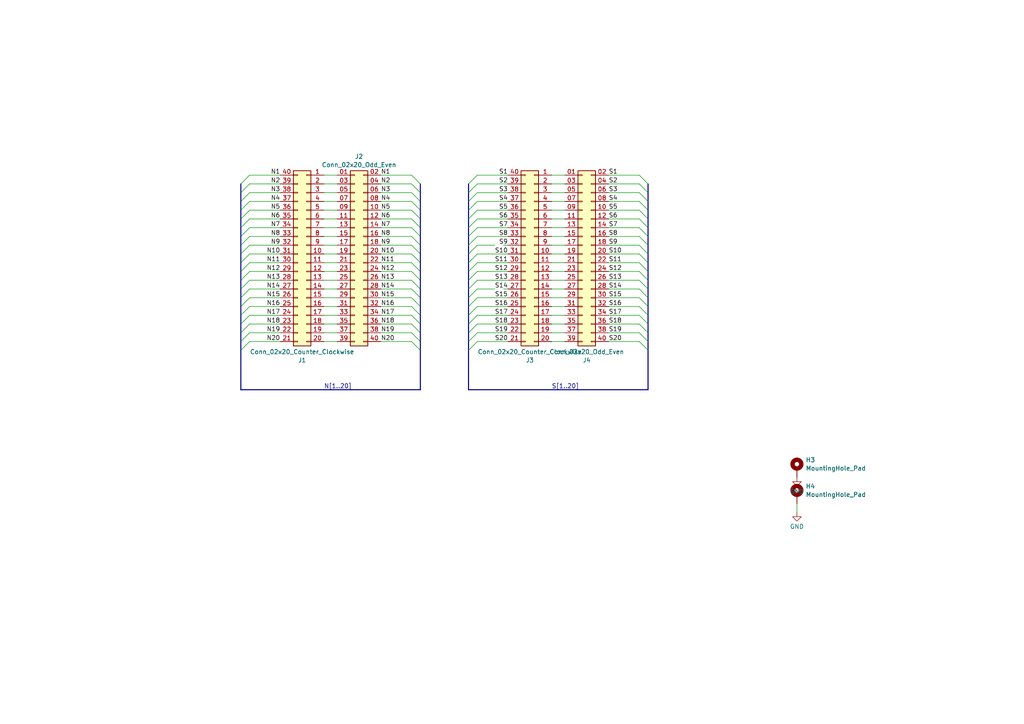
<source format=kicad_sch>
(kicad_sch (version 20230121) (generator eeschema)
  (paper "A4")
  (lib_symbols
    (symbol "Connector_Generic:Conn_02x20_Counter_Clockwise" (pin_names (offset 1.016) hide)
      (property "Reference" "J" (at 1.27 25.4 0))
      (property "Value" "Conn_02x20_Counter_Clockwise" (at 1.27 -27.94 0))
      (symbol "Conn_02x20_Counter_Clockwise_1_1"
        (rectangle (start -1.27 -25.273) (end 0 -25.527) (stroke (width 0.1524)))
        (rectangle (start -1.27 -22.733) (end 0 -22.987) (stroke (width 0.1524)))
        (rectangle (start -1.27 -20.193) (end 0 -20.447) (stroke (width 0.1524)))
        (rectangle (start -1.27 -17.653) (end 0 -17.907) (stroke (width 0.1524)))
        (rectangle (start -1.27 -15.113) (end 0 -15.367) (stroke (width 0.1524)))
        (rectangle (start -1.27 -12.573) (end 0 -12.827) (stroke (width 0.1524)))
        (rectangle (start -1.27 -10.033) (end 0 -10.287) (stroke (width 0.1524)))
        (rectangle (start -1.27 -7.493) (end 0 -7.747) (stroke (width 0.1524)))
        (rectangle (start -1.27 -4.953) (end 0 -5.207) (stroke (width 0.1524)))
        (rectangle (start -1.27 -2.413) (end 0 -2.667) (stroke (width 0.1524)))
        (rectangle (start -1.27 0.127) (end 0 -0.127) (stroke (width 0.1524)))
        (rectangle (start -1.27 2.667) (end 0 2.413) (stroke (width 0.1524)))
        (rectangle (start -1.27 5.207) (end 0 4.953) (stroke (width 0.1524)))
        (rectangle (start -1.27 7.747) (end 0 7.493) (stroke (width 0.1524)))
        (rectangle (start -1.27 10.287) (end 0 10.033) (stroke (width 0.1524)))
        (rectangle (start -1.27 12.827) (end 0 12.573) (stroke (width 0.1524)))
        (rectangle (start -1.27 15.367) (end 0 15.113) (stroke (width 0.1524)))
        (rectangle (start -1.27 17.907) (end 0 17.653) (stroke (width 0.1524)))
        (rectangle (start -1.27 20.447) (end 0 20.193) (stroke (width 0.1524)))
        (rectangle (start -1.27 22.987) (end 0 22.733) (stroke (width 0.1524)))
        (rectangle (start -1.27 24.13) (end 3.81 -26.67) (stroke (width 0.254)) (fill (type background)))
        (rectangle (start 3.81 -25.273) (end 2.54 -25.527) (stroke (width 0.1524)))
        (rectangle (start 3.81 -22.733) (end 2.54 -22.987) (stroke (width 0.1524)))
        (rectangle (start 3.81 -20.193) (end 2.54 -20.447) (stroke (width 0.1524)))
        (rectangle (start 3.81 -17.653) (end 2.54 -17.907) (stroke (width 0.1524)))
        (rectangle (start 3.81 -15.113) (end 2.54 -15.367) (stroke (width 0.1524)))
        (rectangle (start 3.81 -12.573) (end 2.54 -12.827) (stroke (width 0.1524)))
        (rectangle (start 3.81 -10.033) (end 2.54 -10.287) (stroke (width 0.1524)))
        (rectangle (start 3.81 -7.493) (end 2.54 -7.747) (stroke (width 0.1524)))
        (rectangle (start 3.81 -4.953) (end 2.54 -5.207) (stroke (width 0.1524)))
        (rectangle (start 3.81 -2.413) (end 2.54 -2.667) (stroke (width 0.1524)))
        (rectangle (start 3.81 0.127) (end 2.54 -0.127) (stroke (width 0.1524)))
        (rectangle (start 3.81 2.667) (end 2.54 2.413) (stroke (width 0.1524)))
        (rectangle (start 3.81 5.207) (end 2.54 4.953) (stroke (width 0.1524)))
        (rectangle (start 3.81 7.747) (end 2.54 7.493) (stroke (width 0.1524)))
        (rectangle (start 3.81 10.287) (end 2.54 10.033) (stroke (width 0.1524)))
        (rectangle (start 3.81 12.827) (end 2.54 12.573) (stroke (width 0.1524)))
        (rectangle (start 3.81 15.367) (end 2.54 15.113) (stroke (width 0.1524)))
        (rectangle (start 3.81 17.907) (end 2.54 17.653) (stroke (width 0.1524)))
        (rectangle (start 3.81 20.447) (end 2.54 20.193) (stroke (width 0.1524)))
        (rectangle (start 3.81 22.987) (end 2.54 22.733) (stroke (width 0.1524)))
        (pin passive line (at -5.08 22.86 0) (length 3.81) (name "Pin_1") (number "1"))
        (pin passive line (at -5.08 0 0) (length 3.81) (name "Pin_10") (number "10"))
        (pin passive line (at -5.08 -2.54 0) (length 3.81) (name "Pin_11") (number "11"))
        (pin passive line (at -5.08 -5.08 0) (length 3.81) (name "Pin_12") (number "12"))
        (pin passive line (at -5.08 -7.62 0) (length 3.81) (name "Pin_13") (number "13"))
        (pin passive line (at -5.08 -10.16 0) (length 3.81) (name "Pin_14") (number "14"))
        (pin passive line (at -5.08 -12.7 0) (length 3.81) (name "Pin_15") (number "15"))
        (pin passive line (at -5.08 -15.24 0) (length 3.81) (name "Pin_16") (number "16"))
        (pin passive line (at -5.08 -17.78 0) (length 3.81) (name "Pin_17") (number "17"))
        (pin passive line (at -5.08 -20.32 0) (length 3.81) (name "Pin_18") (number "18"))
        (pin passive line (at -5.08 -22.86 0) (length 3.81) (name "Pin_19") (number "19"))
        (pin passive line (at -5.08 20.32 0) (length 3.81) (name "Pin_2") (number "2"))
        (pin passive line (at -5.08 -25.4 0) (length 3.81) (name "Pin_20") (number "20"))
        (pin passive line (at 7.62 -25.4 180) (length 3.81) (name "Pin_21") (number "21"))
        (pin passive line (at 7.62 -22.86 180) (length 3.81) (name "Pin_22") (number "22"))
        (pin passive line (at 7.62 -20.32 180) (length 3.81) (name "Pin_23") (number "23"))
        (pin passive line (at 7.62 -17.78 180) (length 3.81) (name "Pin_24") (number "24"))
        (pin passive line (at 7.62 -15.24 180) (length 3.81) (name "Pin_25") (number "25"))
        (pin passive line (at 7.62 -12.7 180) (length 3.81) (name "Pin_26") (number "26"))
        (pin passive line (at 7.62 -10.16 180) (length 3.81) (name "Pin_27") (number "27"))
        (pin passive line (at 7.62 -7.62 180) (length 3.81) (name "Pin_28") (number "28"))
        (pin passive line (at 7.62 -5.08 180) (length 3.81) (name "Pin_29") (number "29"))
        (pin passive line (at -5.08 17.78 0) (length 3.81) (name "Pin_3") (number "3"))
        (pin passive line (at 7.62 -2.54 180) (length 3.81) (name "Pin_30") (number "30"))
        (pin passive line (at 7.62 0 180) (length 3.81) (name "Pin_31") (number "31"))
        (pin passive line (at 7.62 2.54 180) (length 3.81) (name "Pin_32") (number "32"))
        (pin passive line (at 7.62 5.08 180) (length 3.81) (name "Pin_33") (number "33"))
        (pin passive line (at 7.62 7.62 180) (length 3.81) (name "Pin_34") (number "34"))
        (pin passive line (at 7.62 10.16 180) (length 3.81) (name "Pin_35") (number "35"))
        (pin passive line (at 7.62 12.7 180) (length 3.81) (name "Pin_36") (number "36"))
        (pin passive line (at 7.62 15.24 180) (length 3.81) (name "Pin_37") (number "37"))
        (pin passive line (at 7.62 17.78 180) (length 3.81) (name "Pin_38") (number "38"))
        (pin passive line (at 7.62 20.32 180) (length 3.81) (name "Pin_39") (number "39"))
        (pin passive line (at -5.08 15.24 0) (length 3.81) (name "Pin_4") (number "4"))
        (pin passive line (at 7.62 22.86 180) (length 3.81) (name "Pin_40") (number "40"))
        (pin passive line (at -5.08 12.7 0) (length 3.81) (name "Pin_5") (number "5"))
        (pin passive line (at -5.08 10.16 0) (length 3.81) (name "Pin_6") (number "6"))
        (pin passive line (at -5.08 7.62 0) (length 3.81) (name "Pin_7") (number "7"))
        (pin passive line (at -5.08 5.08 0) (length 3.81) (name "Pin_8") (number "8"))
        (pin passive line (at -5.08 2.54 0) (length 3.81) (name "Pin_9") (number "9"))
      )
    )
    (symbol "Connector_Generic:Conn_02x20_Odd_Even" (pin_names (offset 1.016) hide)
      (property "Reference" "J105" (at 1.27 28.2743 0))
      (property "Value" "Conn_02x20_Odd_Even" (at 1.27 25.8501 0))
      (symbol "Conn_02x20_Odd_Even_1_1"
        (rectangle (start -1.27 -25.273) (end 0 -25.527) (stroke (width 0.1524)))
        (rectangle (start -1.27 -22.733) (end 0 -22.987) (stroke (width 0.1524)))
        (rectangle (start -1.27 -20.193) (end 0 -20.447) (stroke (width 0.1524)))
        (rectangle (start -1.27 -17.653) (end 0 -17.907) (stroke (width 0.1524)))
        (rectangle (start -1.27 -15.113) (end 0 -15.367) (stroke (width 0.1524)))
        (rectangle (start -1.27 -12.573) (end 0 -12.827) (stroke (width 0.1524)))
        (rectangle (start -1.27 -10.033) (end 0 -10.287) (stroke (width 0.1524)))
        (rectangle (start -1.27 -7.493) (end 0 -7.747) (stroke (width 0.1524)))
        (rectangle (start -1.27 -4.953) (end 0 -5.207) (stroke (width 0.1524)))
        (rectangle (start -1.27 -2.413) (end 0 -2.667) (stroke (width 0.1524)))
        (rectangle (start -1.27 0.127) (end 0 -0.127) (stroke (width 0.1524)))
        (rectangle (start -1.27 2.667) (end 0 2.413) (stroke (width 0.1524)))
        (rectangle (start -1.27 5.207) (end 0 4.953) (stroke (width 0.1524)))
        (rectangle (start -1.27 7.747) (end 0 7.493) (stroke (width 0.1524)))
        (rectangle (start -1.27 10.287) (end 0 10.033) (stroke (width 0.1524)))
        (rectangle (start -1.27 12.827) (end 0 12.573) (stroke (width 0.1524)))
        (rectangle (start -1.27 15.367) (end 0 15.113) (stroke (width 0.1524)))
        (rectangle (start -1.27 17.907) (end 0 17.653) (stroke (width 0.1524)))
        (rectangle (start -1.27 20.447) (end 0 20.193) (stroke (width 0.1524)))
        (rectangle (start -1.27 22.987) (end 0 22.733) (stroke (width 0.1524)))
        (rectangle (start -1.27 24.13) (end 3.81 -26.67) (stroke (width 0.254)) (fill (type background)))
        (rectangle (start 3.81 -25.273) (end 2.54 -25.527) (stroke (width 0.1524)))
        (rectangle (start 3.81 -22.733) (end 2.54 -22.987) (stroke (width 0.1524)))
        (rectangle (start 3.81 -20.193) (end 2.54 -20.447) (stroke (width 0.1524)))
        (rectangle (start 3.81 -17.653) (end 2.54 -17.907) (stroke (width 0.1524)))
        (rectangle (start 3.81 -15.113) (end 2.54 -15.367) (stroke (width 0.1524)))
        (rectangle (start 3.81 -12.573) (end 2.54 -12.827) (stroke (width 0.1524)))
        (rectangle (start 3.81 -10.033) (end 2.54 -10.287) (stroke (width 0.1524)))
        (rectangle (start 3.81 -7.493) (end 2.54 -7.747) (stroke (width 0.1524)))
        (rectangle (start 3.81 -4.953) (end 2.54 -5.207) (stroke (width 0.1524)))
        (rectangle (start 3.81 -2.413) (end 2.54 -2.667) (stroke (width 0.1524)))
        (rectangle (start 3.81 0.127) (end 2.54 -0.127) (stroke (width 0.1524)))
        (rectangle (start 3.81 2.667) (end 2.54 2.413) (stroke (width 0.1524)))
        (rectangle (start 3.81 5.207) (end 2.54 4.953) (stroke (width 0.1524)))
        (rectangle (start 3.81 7.747) (end 2.54 7.493) (stroke (width 0.1524)))
        (rectangle (start 3.81 10.287) (end 2.54 10.033) (stroke (width 0.1524)))
        (rectangle (start 3.81 12.827) (end 2.54 12.573) (stroke (width 0.1524)))
        (rectangle (start 3.81 15.367) (end 2.54 15.113) (stroke (width 0.1524)))
        (rectangle (start 3.81 17.907) (end 2.54 17.653) (stroke (width 0.1524)))
        (rectangle (start 3.81 20.447) (end 2.54 20.193) (stroke (width 0.1524)))
        (rectangle (start 3.81 22.987) (end 2.54 22.733) (stroke (width 0.1524)))
        (pin passive line (at -5.08 22.86 0) (length 3.81) (name "Pin_1") (number "01"))
        (pin passive line (at 7.62 22.86 180) (length 3.81) (name "Pin_2") (number "02"))
        (pin passive line (at -5.08 20.32 0) (length 3.81) (name "Pin_3") (number "03"))
        (pin passive line (at 7.62 20.32 180) (length 3.81) (name "Pin_4") (number "04"))
        (pin passive line (at -5.08 17.78 0) (length 3.81) (name "Pin_5") (number "05"))
        (pin passive line (at 7.62 17.78 180) (length 3.81) (name "Pin_6") (number "06"))
        (pin passive line (at -5.08 15.24 0) (length 3.81) (name "Pin_7") (number "07"))
        (pin passive line (at 7.62 15.24 180) (length 3.81) (name "Pin_8") (number "08"))
        (pin passive line (at -5.08 12.7 0) (length 3.81) (name "Pin_9") (number "09"))
        (pin passive line (at 7.62 12.7 180) (length 3.81) (name "Pin_10") (number "10"))
        (pin passive line (at -5.08 10.16 0) (length 3.81) (name "Pin_11") (number "11"))
        (pin passive line (at 7.62 10.16 180) (length 3.81) (name "Pin_12") (number "12"))
        (pin passive line (at -5.08 7.62 0) (length 3.81) (name "Pin_13") (number "13"))
        (pin passive line (at 7.62 7.62 180) (length 3.81) (name "Pin_14") (number "14"))
        (pin passive line (at -5.08 5.08 0) (length 3.81) (name "Pin_15") (number "15"))
        (pin passive line (at 7.62 5.08 180) (length 3.81) (name "Pin_16") (number "16"))
        (pin passive line (at -5.08 2.54 0) (length 3.81) (name "Pin_17") (number "17"))
        (pin passive line (at 7.62 2.54 180) (length 3.81) (name "Pin_18") (number "18"))
        (pin passive line (at -5.08 0 0) (length 3.81) (name "Pin_19") (number "19"))
        (pin passive line (at 7.62 0 180) (length 3.81) (name "Pin_20") (number "20"))
        (pin passive line (at -5.08 -2.54 0) (length 3.81) (name "Pin_21") (number "21"))
        (pin passive line (at 7.62 -2.54 180) (length 3.81) (name "Pin_22") (number "22"))
        (pin passive line (at -5.08 -5.08 0) (length 3.81) (name "Pin_23") (number "23"))
        (pin passive line (at 7.62 -5.08 180) (length 3.81) (name "Pin_24") (number "24"))
        (pin passive line (at -5.08 -7.62 0) (length 3.81) (name "Pin_25") (number "25"))
        (pin passive line (at 7.62 -7.62 180) (length 3.81) (name "Pin_26") (number "26"))
        (pin passive line (at -5.08 -10.16 0) (length 3.81) (name "Pin_27") (number "27"))
        (pin passive line (at 7.62 -10.16 180) (length 3.81) (name "Pin_28") (number "28"))
        (pin passive line (at -5.08 -12.7 0) (length 3.81) (name "Pin_29") (number "29"))
        (pin passive line (at 7.62 -12.7 180) (length 3.81) (name "Pin_30") (number "30"))
        (pin passive line (at -5.08 -15.24 0) (length 3.81) (name "Pin_31") (number "31"))
        (pin passive line (at 7.62 -15.24 180) (length 3.81) (name "Pin_32") (number "32"))
        (pin passive line (at -5.08 -17.78 0) (length 3.81) (name "Pin_33") (number "33"))
        (pin passive line (at 7.62 -17.78 180) (length 3.81) (name "Pin_34") (number "34"))
        (pin passive line (at -5.08 -20.32 0) (length 3.81) (name "Pin_35") (number "35"))
        (pin passive line (at 7.62 -20.32 180) (length 3.81) (name "Pin_36") (number "36"))
        (pin passive line (at -5.08 -22.86 0) (length 3.81) (name "Pin_37") (number "37"))
        (pin passive line (at 7.62 -22.86 180) (length 3.81) (name "Pin_38") (number "38"))
        (pin passive line (at -5.08 -25.4 0) (length 3.81) (name "Pin_39") (number "39"))
        (pin passive line (at 7.62 -25.4 180) (length 3.81) (name "Pin_40") (number "40"))
      )
    )
    (symbol "Mechanical:MountingHole_Pad" (pin_numbers hide) (pin_names (offset 1.016) hide)
      (property "Reference" "H" (at 0 6.35 0))
      (property "Value" "MountingHole_Pad" (at 0 4.445 0))
      (symbol "MountingHole_Pad_0_1"
        (circle (center 0 1.27) (radius 1.27) (stroke (width 1.27)))
      )
      (symbol "MountingHole_Pad_1_1"
        (pin input line (at 0 -2.54 90) (length 2.54) (name "1") (number "1"))
      )
    )
    (symbol "power:GND" (power) (pin_names (offset 0))
      (property "Value" "GND" (at 0 -3.81 0))
      (symbol "GND_0_1"
        (polyline (pts (xy 0 0) (xy 0 -1.27) (xy 1.27 -1.27) (xy 0 -2.54) (xy -1.27 -1.27) (xy 0 -1.27)))
      )
      (symbol "GND_1_1"
        (pin power_in line (at 0 0 270) (length 0) hide (name "GND") (number "1"))
      )
    )
  )
  (bus_entry (at 121.92 93.98) (size -2.54 -2.54))
  (bus_entry (at 121.92 86.36) (size -2.54 -2.54))
  (bus_entry (at 135.89 71.12) (size 2.54 -2.54))
  (bus_entry (at 69.85 86.36) (size 2.54 -2.54))
  (bus_entry (at 121.92 78.74) (size -2.54 -2.54))
  (bus_entry (at 135.89 91.44) (size 2.54 -2.54))
  (bus_entry (at 135.89 60.96) (size 2.54 -2.54))
  (bus_entry (at 69.85 58.42) (size 2.54 -2.54))
  (bus_entry (at 121.92 60.96) (size -2.54 -2.54))
  (bus_entry (at 135.89 68.58) (size 2.54 -2.54))
  (bus_entry (at 69.85 96.52) (size 2.54 -2.54))
  (bus_entry (at 187.96 83.82) (size -2.54 -2.54))
  (bus_entry (at 69.85 78.74) (size 2.54 -2.54))
  (bus_entry (at 187.96 96.52) (size -2.54 -2.54))
  (bus_entry (at 69.85 63.5) (size 2.54 -2.54))
  (bus_entry (at 69.85 83.82) (size 2.54 -2.54))
  (bus_entry (at 121.92 88.9) (size -2.54 -2.54))
  (bus_entry (at 187.96 66.04) (size -2.54 -2.54))
  (bus_entry (at 187.96 60.96) (size -2.54 -2.54))
  (bus_entry (at 187.96 81.28) (size -2.54 -2.54))
  (bus_entry (at 121.92 91.44) (size -2.54 -2.54))
  (bus_entry (at 69.85 91.44) (size 2.54 -2.54))
  (bus_entry (at 135.89 58.42) (size 2.54 -2.54))
  (bus_entry (at 187.96 78.74) (size -2.54 -2.54))
  (bus_entry (at 69.85 88.9) (size 2.54 -2.54))
  (bus_entry (at 69.85 93.98) (size 2.54 -2.54))
  (bus_entry (at 121.92 68.58) (size -2.54 -2.54))
  (bus_entry (at 187.96 93.98) (size -2.54 -2.54))
  (bus_entry (at 135.89 76.2) (size 2.54 -2.54))
  (bus_entry (at 69.85 76.2) (size 2.54 -2.54))
  (bus_entry (at 135.89 55.88) (size 2.54 -2.54))
  (bus_entry (at 121.92 66.04) (size -2.54 -2.54))
  (bus_entry (at 187.96 76.2) (size -2.54 -2.54))
  (bus_entry (at 69.85 68.58) (size 2.54 -2.54))
  (bus_entry (at 135.89 99.06) (size 2.54 -2.54))
  (bus_entry (at 187.96 63.5) (size -2.54 -2.54))
  (bus_entry (at 135.89 73.66) (size 2.54 -2.54))
  (bus_entry (at 121.92 99.06) (size -2.54 -2.54))
  (bus_entry (at 187.96 53.34) (size -2.54 -2.54))
  (bus_entry (at 69.85 81.28) (size 2.54 -2.54))
  (bus_entry (at 69.85 55.88) (size 2.54 -2.54))
  (bus_entry (at 187.96 58.42) (size -2.54 -2.54))
  (bus_entry (at 135.89 88.9) (size 2.54 -2.54))
  (bus_entry (at 187.96 101.6) (size -2.54 -2.54))
  (bus_entry (at 121.92 53.34) (size -2.54 -2.54))
  (bus_entry (at 69.85 101.6) (size 2.54 -2.54))
  (bus_entry (at 121.92 83.82) (size -2.54 -2.54))
  (bus_entry (at 187.96 91.44) (size -2.54 -2.54))
  (bus_entry (at 187.96 88.9) (size -2.54 -2.54))
  (bus_entry (at 187.96 71.12) (size -2.54 -2.54))
  (bus_entry (at 135.89 93.98) (size 2.54 -2.54))
  (bus_entry (at 121.92 76.2) (size -2.54 -2.54))
  (bus_entry (at 121.92 71.12) (size -2.54 -2.54))
  (bus_entry (at 135.89 96.52) (size 2.54 -2.54))
  (bus_entry (at 187.96 86.36) (size -2.54 -2.54))
  (bus_entry (at 69.85 99.06) (size 2.54 -2.54))
  (bus_entry (at 69.85 60.96) (size 2.54 -2.54))
  (bus_entry (at 121.92 55.88) (size -2.54 -2.54))
  (bus_entry (at 121.92 63.5) (size -2.54 -2.54))
  (bus_entry (at 121.92 58.42) (size -2.54 -2.54))
  (bus_entry (at 135.89 101.6) (size 2.54 -2.54))
  (bus_entry (at 121.92 73.66) (size -2.54 -2.54))
  (bus_entry (at 187.96 55.88) (size -2.54 -2.54))
  (bus_entry (at 135.89 63.5) (size 2.54 -2.54))
  (bus_entry (at 187.96 73.66) (size -2.54 -2.54))
  (bus_entry (at 69.85 66.04) (size 2.54 -2.54))
  (bus_entry (at 187.96 99.06) (size -2.54 -2.54))
  (bus_entry (at 135.89 53.34) (size 2.54 -2.54))
  (bus_entry (at 121.92 81.28) (size -2.54 -2.54))
  (bus_entry (at 187.96 68.58) (size -2.54 -2.54))
  (bus_entry (at 121.92 101.6) (size -2.54 -2.54))
  (bus_entry (at 69.85 71.12) (size 2.54 -2.54))
  (bus_entry (at 69.85 73.66) (size 2.54 -2.54))
  (bus_entry (at 135.89 78.74) (size 2.54 -2.54))
  (bus_entry (at 135.89 66.04) (size 2.54 -2.54))
  (bus_entry (at 135.89 86.36) (size 2.54 -2.54))
  (bus_entry (at 121.92 96.52) (size -2.54 -2.54))
  (bus_entry (at 135.89 81.28) (size 2.54 -2.54))
  (bus_entry (at 135.89 83.82) (size 2.54 -2.54))
  (bus_entry (at 69.85 53.34) (size 2.54 -2.54))
  (bus (pts (xy 187.96 60.96) (xy 187.96 63.5)))
  (wire (pts (xy 147.32 55.88) (xy 138.43 55.88)))
  (bus (pts (xy 121.92 58.42) (xy 121.92 60.96)))
  (wire (pts (xy 93.98 93.98) (xy 97.79 93.98)))
  (wire (pts (xy 93.98 50.8) (xy 97.79 50.8)))
  (wire (pts (xy 147.32 73.66) (xy 138.43 73.66)))
  (wire (pts (xy 160.02 86.36) (xy 163.83 86.36)))
  (bus (pts (xy 121.92 68.58) (xy 121.92 71.12)))
  (wire (pts (xy 147.32 93.98) (xy 138.43 93.98)))
  (wire (pts (xy 160.02 81.28) (xy 163.83 81.28)))
  (wire (pts (xy 160.02 91.44) (xy 163.83 91.44)))
  (wire (pts (xy 160.02 60.96) (xy 163.83 60.96)))
  (wire (pts (xy 147.32 71.12) (xy 146.05 71.12)))
  (wire (pts (xy 147.32 66.04) (xy 138.43 66.04)))
  (bus (pts (xy 187.96 71.12) (xy 187.96 73.66)))
  (wire (pts (xy 93.98 99.06) (xy 97.79 99.06)))
  (wire (pts (xy 110.49 50.8) (xy 119.38 50.8)))
  (wire (pts (xy 81.28 83.82) (xy 72.39 83.82)))
  (wire (pts (xy 176.53 86.36) (xy 185.42 86.36)))
  (bus (pts (xy 69.85 96.52) (xy 69.85 93.98)))
  (wire (pts (xy 160.02 88.9) (xy 163.83 88.9)))
  (wire (pts (xy 143.51 71.12) (xy 138.43 71.12)))
  (wire (pts (xy 110.49 86.36) (xy 119.38 86.36)))
  (wire (pts (xy 176.53 93.98) (xy 185.42 93.98)))
  (wire (pts (xy 93.98 66.04) (xy 97.79 66.04)))
  (wire (pts (xy 81.28 60.96) (xy 72.39 60.96)))
  (wire (pts (xy 93.98 60.96) (xy 97.79 60.96)))
  (wire (pts (xy 176.53 50.8) (xy 185.42 50.8)))
  (bus (pts (xy 135.89 76.2) (xy 135.89 73.66)))
  (wire (pts (xy 93.98 96.52) (xy 97.79 96.52)))
  (wire (pts (xy 147.32 81.28) (xy 138.43 81.28)))
  (bus (pts (xy 187.96 81.28) (xy 187.96 83.82)))
  (bus (pts (xy 135.89 83.82) (xy 135.89 81.28)))
  (wire (pts (xy 147.32 96.52) (xy 138.43 96.52)))
  (bus (pts (xy 187.96 68.58) (xy 187.96 71.12)))
  (bus (pts (xy 187.96 88.9) (xy 187.96 91.44)))
  (bus (pts (xy 121.92 88.9) (xy 121.92 91.44)))
  (wire (pts (xy 160.02 96.52) (xy 163.83 96.52)))
  (bus (pts (xy 135.89 55.88) (xy 135.89 53.34)))
  (wire (pts (xy 110.49 68.58) (xy 119.38 68.58)))
  (bus (pts (xy 187.96 96.52) (xy 187.96 99.06)))
  (bus (pts (xy 135.89 91.44) (xy 135.89 88.9)))
  (wire (pts (xy 176.53 83.82) (xy 185.42 83.82)))
  (wire (pts (xy 81.28 86.36) (xy 72.39 86.36)))
  (bus (pts (xy 187.96 63.5) (xy 187.96 66.04)))
  (bus (pts (xy 135.89 96.52) (xy 135.89 93.98)))
  (wire (pts (xy 147.32 86.36) (xy 138.43 86.36)))
  (wire (pts (xy 93.98 63.5) (xy 97.79 63.5)))
  (wire (pts (xy 81.28 71.12) (xy 72.39 71.12)))
  (bus (pts (xy 121.92 60.96) (xy 121.92 63.5)))
  (wire (pts (xy 110.49 71.12) (xy 119.38 71.12)))
  (bus (pts (xy 69.85 91.44) (xy 69.85 88.9)))
  (wire (pts (xy 81.28 53.34) (xy 72.39 53.34)))
  (bus (pts (xy 69.85 113.03) (xy 69.85 101.6)))
  (bus (pts (xy 121.92 113.03) (xy 69.85 113.03)))
  (wire (pts (xy 160.02 66.04) (xy 163.83 66.04)))
  (bus (pts (xy 187.96 78.74) (xy 187.96 81.28)))
  (bus (pts (xy 135.89 66.04) (xy 135.89 63.5)))
  (wire (pts (xy 81.28 91.44) (xy 72.39 91.44)))
  (wire (pts (xy 93.98 58.42) (xy 97.79 58.42)))
  (bus (pts (xy 69.85 81.28) (xy 69.85 78.74)))
  (bus (pts (xy 121.92 81.28) (xy 121.92 83.82)))
  (bus (pts (xy 135.89 73.66) (xy 135.89 71.12)))
  (bus (pts (xy 121.92 78.74) (xy 121.92 81.28)))
  (bus (pts (xy 187.96 83.82) (xy 187.96 86.36)))
  (wire (pts (xy 93.98 73.66) (xy 97.79 73.66)))
  (wire (pts (xy 176.53 99.06) (xy 185.42 99.06)))
  (wire (pts (xy 81.28 99.06) (xy 72.39 99.06)))
  (bus (pts (xy 69.85 83.82) (xy 69.85 81.28)))
  (bus (pts (xy 135.89 86.36) (xy 135.89 83.82)))
  (bus (pts (xy 135.89 113.03) (xy 135.89 101.6)))
  (wire (pts (xy 160.02 99.06) (xy 163.83 99.06)))
  (bus (pts (xy 135.89 101.6) (xy 135.89 99.06)))
  (wire (pts (xy 160.02 73.66) (xy 163.83 73.66)))
  (bus (pts (xy 135.89 58.42) (xy 135.89 55.88)))
  (wire (pts (xy 110.49 93.98) (xy 119.38 93.98)))
  (wire (pts (xy 110.49 53.34) (xy 119.38 53.34)))
  (wire (pts (xy 110.49 81.28) (xy 119.38 81.28)))
  (bus (pts (xy 135.89 68.58) (xy 135.89 66.04)))
  (wire (pts (xy 160.02 78.74) (xy 163.83 78.74)))
  (bus (pts (xy 69.85 66.04) (xy 69.85 63.5)))
  (wire (pts (xy 176.53 73.66) (xy 185.42 73.66)))
  (bus (pts (xy 69.85 86.36) (xy 69.85 83.82)))
  (wire (pts (xy 81.28 66.04) (xy 72.39 66.04)))
  (wire (pts (xy 176.53 81.28) (xy 185.42 81.28)))
  (bus (pts (xy 187.96 101.6) (xy 187.96 113.03)))
  (wire (pts (xy 176.53 66.04) (xy 185.42 66.04)))
  (bus (pts (xy 187.96 86.36) (xy 187.96 88.9)))
  (wire (pts (xy 110.49 99.06) (xy 119.38 99.06)))
  (wire (pts (xy 147.32 58.42) (xy 138.43 58.42)))
  (wire (pts (xy 176.53 53.34) (xy 185.42 53.34)))
  (wire (pts (xy 81.28 58.42) (xy 72.39 58.42)))
  (bus (pts (xy 187.96 93.98) (xy 187.96 96.52)))
  (wire (pts (xy 81.28 93.98) (xy 72.39 93.98)))
  (bus (pts (xy 69.85 68.58) (xy 69.85 66.04)))
  (wire (pts (xy 160.02 50.8) (xy 163.83 50.8)))
  (wire (pts (xy 81.28 78.74) (xy 72.39 78.74)))
  (wire (pts (xy 110.49 55.88) (xy 119.38 55.88)))
  (bus (pts (xy 187.96 55.88) (xy 187.96 58.42)))
  (bus (pts (xy 121.92 66.04) (xy 121.92 68.58)))
  (wire (pts (xy 176.53 96.52) (xy 185.42 96.52)))
  (bus (pts (xy 135.89 71.12) (xy 135.89 68.58)))
  (wire (pts (xy 160.02 55.88) (xy 163.83 55.88)))
  (bus (pts (xy 135.89 60.96) (xy 135.89 58.42)))
  (wire (pts (xy 147.32 63.5) (xy 138.43 63.5)))
  (bus (pts (xy 121.92 101.6) (xy 121.92 113.03)))
  (bus (pts (xy 121.92 63.5) (xy 121.92 66.04)))
  (wire (pts (xy 147.32 53.34) (xy 138.43 53.34)))
  (bus (pts (xy 121.92 99.06) (xy 121.92 101.6)))
  (wire (pts (xy 110.49 91.44) (xy 119.38 91.44)))
  (bus (pts (xy 121.92 71.12) (xy 121.92 73.66)))
  (wire (pts (xy 147.32 60.96) (xy 138.43 60.96)))
  (wire (pts (xy 110.49 78.74) (xy 119.38 78.74)))
  (bus (pts (xy 69.85 60.96) (xy 69.85 58.42)))
  (wire (pts (xy 93.98 78.74) (xy 97.79 78.74)))
  (bus (pts (xy 187.96 76.2) (xy 187.96 78.74)))
  (wire (pts (xy 93.98 91.44) (xy 97.79 91.44)))
  (wire (pts (xy 147.32 50.8) (xy 138.43 50.8)))
  (bus (pts (xy 187.96 53.34) (xy 187.96 55.88)))
  (wire (pts (xy 81.28 81.28) (xy 72.39 81.28)))
  (bus (pts (xy 187.96 58.42) (xy 187.96 60.96)))
  (bus (pts (xy 69.85 73.66) (xy 69.85 71.12)))
  (bus (pts (xy 69.85 58.42) (xy 69.85 55.88)))
  (wire (pts (xy 231.14 148.59) (xy 231.14 146.05)))
  (bus (pts (xy 135.89 63.5) (xy 135.89 60.96)))
  (wire (pts (xy 176.53 58.42) (xy 185.42 58.42)))
  (bus (pts (xy 187.96 73.66) (xy 187.96 76.2)))
  (wire (pts (xy 176.53 55.88) (xy 185.42 55.88)))
  (wire (pts (xy 160.02 53.34) (xy 163.83 53.34)))
  (wire (pts (xy 93.98 53.34) (xy 97.79 53.34)))
  (wire (pts (xy 93.98 71.12) (xy 97.79 71.12)))
  (wire (pts (xy 110.49 96.52) (xy 119.38 96.52)))
  (bus (pts (xy 121.92 73.66) (xy 121.92 76.2)))
  (wire (pts (xy 81.28 68.58) (xy 72.39 68.58)))
  (bus (pts (xy 187.96 66.04) (xy 187.96 68.58)))
  (wire (pts (xy 176.53 78.74) (xy 185.42 78.74)))
  (bus (pts (xy 121.92 76.2) (xy 121.92 78.74)))
  (wire (pts (xy 110.49 73.66) (xy 119.38 73.66)))
  (wire (pts (xy 93.98 55.88) (xy 97.79 55.88)))
  (wire (pts (xy 147.32 68.58) (xy 138.43 68.58)))
  (wire (pts (xy 93.98 81.28) (xy 97.79 81.28)))
  (wire (pts (xy 81.28 73.66) (xy 72.39 73.66)))
  (bus (pts (xy 121.92 91.44) (xy 121.92 93.98)))
  (wire (pts (xy 176.53 63.5) (xy 185.42 63.5)))
  (bus (pts (xy 121.92 55.88) (xy 121.92 58.42)))
  (wire (pts (xy 160.02 76.2) (xy 163.83 76.2)))
  (wire (pts (xy 93.98 88.9) (xy 97.79 88.9)))
  (wire (pts (xy 110.49 60.96) (xy 119.38 60.96)))
  (bus (pts (xy 121.92 86.36) (xy 121.92 88.9)))
  (bus (pts (xy 135.89 81.28) (xy 135.89 78.74)))
  (wire (pts (xy 147.32 91.44) (xy 138.43 91.44)))
  (bus (pts (xy 121.92 96.52) (xy 121.92 99.06)))
  (wire (pts (xy 147.32 78.74) (xy 138.43 78.74)))
  (wire (pts (xy 81.28 76.2) (xy 72.39 76.2)))
  (wire (pts (xy 110.49 63.5) (xy 119.38 63.5)))
  (wire (pts (xy 176.53 76.2) (xy 185.42 76.2)))
  (bus (pts (xy 187.96 99.06) (xy 187.96 101.6)))
  (wire (pts (xy 143.51 83.82) (xy 138.43 83.82)))
  (wire (pts (xy 176.53 68.58) (xy 185.42 68.58)))
  (wire (pts (xy 160.02 63.5) (xy 163.83 63.5)))
  (bus (pts (xy 69.85 55.88) (xy 69.85 53.34)))
  (bus (pts (xy 69.85 78.74) (xy 69.85 76.2)))
  (bus (pts (xy 187.96 113.03) (xy 135.89 113.03)))
  (wire (pts (xy 81.28 96.52) (xy 72.39 96.52)))
  (bus (pts (xy 69.85 71.12) (xy 69.85 68.58)))
  (wire (pts (xy 176.53 91.44) (xy 185.42 91.44)))
  (wire (pts (xy 93.98 76.2) (xy 97.79 76.2)))
  (bus (pts (xy 135.89 78.74) (xy 135.89 76.2)))
  (bus (pts (xy 69.85 101.6) (xy 69.85 99.06)))
  (wire (pts (xy 160.02 71.12) (xy 163.83 71.12)))
  (wire (pts (xy 147.32 88.9) (xy 138.43 88.9)))
  (wire (pts (xy 176.53 71.12) (xy 185.42 71.12)))
  (wire (pts (xy 110.49 66.04) (xy 119.38 66.04)))
  (bus (pts (xy 121.92 53.34) (xy 121.92 55.88)))
  (wire (pts (xy 110.49 88.9) (xy 119.38 88.9)))
  (wire (pts (xy 81.28 55.88) (xy 72.39 55.88)))
  (wire (pts (xy 160.02 93.98) (xy 163.83 93.98)))
  (bus (pts (xy 135.89 99.06) (xy 135.89 96.52)))
  (wire (pts (xy 81.28 88.9) (xy 72.39 88.9)))
  (wire (pts (xy 93.98 83.82) (xy 97.79 83.82)))
  (wire (pts (xy 176.53 88.9) (xy 185.42 88.9)))
  (wire (pts (xy 176.53 60.96) (xy 185.42 60.96)))
  (wire (pts (xy 147.32 76.2) (xy 138.43 76.2)))
  (wire (pts (xy 160.02 58.42) (xy 163.83 58.42)))
  (wire (pts (xy 93.98 86.36) (xy 97.79 86.36)))
  (wire (pts (xy 160.02 83.82) (xy 163.83 83.82)))
  (wire (pts (xy 147.32 99.06) (xy 138.43 99.06)))
  (bus (pts (xy 69.85 76.2) (xy 69.85 73.66)))
  (bus (pts (xy 121.92 83.82) (xy 121.92 86.36)))
  (wire (pts (xy 93.98 68.58) (xy 97.79 68.58)))
  (bus (pts (xy 69.85 88.9) (xy 69.85 86.36)))
  (bus (pts (xy 135.89 93.98) (xy 135.89 91.44)))
  (bus (pts (xy 187.96 91.44) (xy 187.96 93.98)))
  (bus (pts (xy 69.85 63.5) (xy 69.85 60.96)))
  (bus (pts (xy 135.89 88.9) (xy 135.89 86.36)))
  (bus (pts (xy 69.85 99.06) (xy 69.85 96.52)))
  (wire (pts (xy 81.28 63.5) (xy 72.39 63.5)))
  (bus (pts (xy 69.85 93.98) (xy 69.85 91.44)))
  (wire (pts (xy 110.49 58.42) (xy 119.38 58.42)))
  (wire (pts (xy 110.49 83.82) (xy 119.38 83.82)))
  (wire (pts (xy 81.28 50.8) (xy 72.39 50.8)))
  (wire (pts (xy 160.02 68.58) (xy 163.83 68.58)))
  (wire (pts (xy 147.32 83.82) (xy 146.05 83.82)))
  (bus (pts (xy 121.92 93.98) (xy 121.92 96.52)))
  (wire (pts (xy 110.49 76.2) (xy 119.38 76.2)))
  (label "S12" (at 147.32 78.74 180))
  (label "N8" (at 81.28 68.58 180))
  (label "S3" (at 176.53 55.88 0))
  (label "S14" (at 176.53 83.82 0))
  (label "S7" (at 147.32 66.04 180))
  (label "N19" (at 110.49 96.52 0))
  (label "S7" (at 176.53 66.04 0))
  (label "S8" (at 147.32 68.58 180))
  (label "N16" (at 81.28 88.9 180))
  (label "S17" (at 147.32 91.44 180))
  (label "N20" (at 81.28 99.06 180))
  (label "S11" (at 176.53 76.2 0))
  (label "S10" (at 176.53 73.66 0))
  (label "S11" (at 147.32 76.2 180))
  (label "N[1..20]" (at 93.98 113.03 0))
  (label "N9" (at 81.28 71.12 180))
  (label "N4" (at 81.28 58.42 180))
  (label "N16" (at 110.49 88.9 0))
  (label "S2" (at 176.53 53.34 0))
  (label "S13" (at 176.53 81.28 0))
  (label "S16" (at 147.32 88.9 180))
  (label "S12" (at 176.53 78.74 0))
  (label "N14" (at 81.28 83.82 180))
  (label "S9" (at 176.53 71.12 0))
  (label "N2" (at 81.28 53.34 180))
  (label "S4" (at 176.53 58.42 0))
  (label "N3" (at 110.49 55.88 0))
  (label "S20" (at 147.32 99.06 180))
  (label "N10" (at 110.49 73.66 0))
  (label "S15" (at 176.53 86.36 0))
  (label "N17" (at 110.49 91.44 0))
  (label "N18" (at 81.28 93.98 180))
  (label "S[1..20]" (at 160.02 113.03 0))
  (label "S10" (at 147.32 73.66 180))
  (label "N1" (at 110.49 50.8 0))
  (label "S13" (at 147.32 81.28 180))
  (label "N2" (at 110.49 53.34 0))
  (label "S5" (at 176.53 60.96 0))
  (label "S2" (at 147.32 53.34 180))
  (label "S18" (at 147.32 93.98 180))
  (label "N12" (at 81.28 78.74 180))
  (label "S14" (at 147.32 83.82 180))
  (label "S18" (at 176.53 93.98 0))
  (label "N12" (at 110.49 78.74 0))
  (label "N15" (at 110.49 86.36 0))
  (label "S19" (at 147.32 96.52 180))
  (label "N5" (at 110.49 60.96 0))
  (label "N11" (at 110.49 76.2 0))
  (label "S19" (at 176.53 96.52 0))
  (label "N3" (at 81.28 55.88 180))
  (label "N13" (at 81.28 81.28 180))
  (label "N18" (at 110.49 93.98 0))
  (label "N13" (at 110.49 81.28 0))
  (label "S4" (at 147.32 58.42 180))
  (label "S1" (at 176.53 50.8 0))
  (label "S6" (at 147.32 63.5 180))
  (label "N15" (at 81.28 86.36 180))
  (label "N5" (at 81.28 60.96 180))
  (label "S3" (at 147.32 55.88 180))
  (label "S20" (at 176.53 99.06 0))
  (label "N7" (at 110.49 66.04 0))
  (label "S8" (at 176.53 68.58 0))
  (label "S9" (at 147.32 71.12 180))
  (label "N20" (at 110.49 99.06 0))
  (label "S5" (at 147.32 60.96 180))
  (label "N8" (at 110.49 68.58 0))
  (label "N4" (at 110.49 58.42 0))
  (label "S6" (at 176.53 63.5 0))
  (label "S17" (at 176.53 91.44 0))
  (label "N17" (at 81.28 91.44 180))
  (label "N10" (at 81.28 73.66 180))
  (label "N19" (at 81.28 96.52 180))
  (label "S16" (at 176.53 88.9 0))
  (label "N14" (at 110.49 83.82 0))
  (label "N11" (at 81.28 76.2 180))
  (label "N1" (at 81.28 50.8 180))
  (label "N7" (at 81.28 66.04 180))
  (label "S1" (at 147.32 50.8 180))
  (label "S15" (at 147.32 86.36 180))
  (label "N6" (at 81.28 63.5 180))
  (label "N6" (at 110.49 63.5 0))
  (label "N9" (at 110.49 71.12 0))
  (symbol (lib_id "power:GND") (at 231.14 148.59 0) (unit 1)
    (property "Reference" "#PWR01" (effects hide))
    (property "Value" "GND" (at 231.14 152.7231 0))
  )
  (symbol (lib_id "Connector_Generic:Conn_02x20_Counter_Clockwise") (at 154.94 73.66 0) (mirror y) (unit 1) (in_bom no)
    (property "Reference" "J3" (at 153.67 104.4743 0))
    (property "Value" "Conn_02x20_Counter_Clockwise" (at 153.67 102.0501 0))
    (property "Footprint" "samplecard:WBpadArray-N20-P15-W7-paired" (effects hide))
  )
  (symbol (lib_id "Mechanical:MountingHole_Pad") (at 231.14 143.51 0) (unit 1)
    (property "Reference" "H4" (at 233.68 141.0279 0) (effects (justify left)))
    (property "Value" "MountingHole_Pad" (at 233.68 143.4521 0) (effects (justify left)))
    (property "Footprint" "MountingHole:MountingHole_3.5mm_Pad_TopBottom" (effects hide))
  )
  (symbol (lib_id "Connector_Generic:Conn_02x20_Odd_Even") (at 168.91 73.66 0) (unit 1)
    (property "Reference" "J4" (at 170.18 104.4743 0))
    (property "Value" "Conn_02x20_Odd_Even" (at 170.18 102.0501 0))
    (property "Footprint" "Alex_LSHM:LSHM-120-02.5-L-DV-A-S" (effects hide))
  )
  (symbol (lib_id "Connector_Generic:Conn_02x20_Counter_Clockwise") (at 88.9 73.66 0) (mirror y) (unit 1) (in_bom no)
    (property "Reference" "J1" (at 87.63 104.4743 0))
    (property "Value" "Conn_02x20_Counter_Clockwise" (at 87.63 102.0501 0))
    (property "Footprint" "samplecard:WBpadArray-N20-P15-W7-paired" (effects hide))
  )
  (symbol (lib_id "Connector_Generic:Conn_02x20_Odd_Even") (at 102.87 73.66 0) (unit 1)
    (property "Reference" "J2" (at 104.14 45.3857 0))
    (property "Value" "Conn_02x20_Odd_Even" (at 104.14 47.8099 0))
    (property "Footprint" "Alex_LSHM:LSHM-120-02.5-L-DV-A-S" (effects hide))
  )
  (symbol (lib_id "power:GND") (at 231.14 138.43 0) (unit 1)
    (property "Reference" "#PWR02" (effects hide))
    (property "Value" "GND" (at 231.14 142.5631 0))
  )
  (symbol (lib_id "Mechanical:MountingHole_Pad") (at 231.14 135.89 0) (unit 1)
    (property "Reference" "H3" (at 233.68 133.4079 0) (effects (justify left)))
    (property "Value" "MountingHole_Pad" (at 233.68 135.8321 0) (effects (justify left)))
    (property "Footprint" "MountingHole:MountingHole_3.5mm_Pad_TopBottom" (effects hide))
  )
)
</source>
